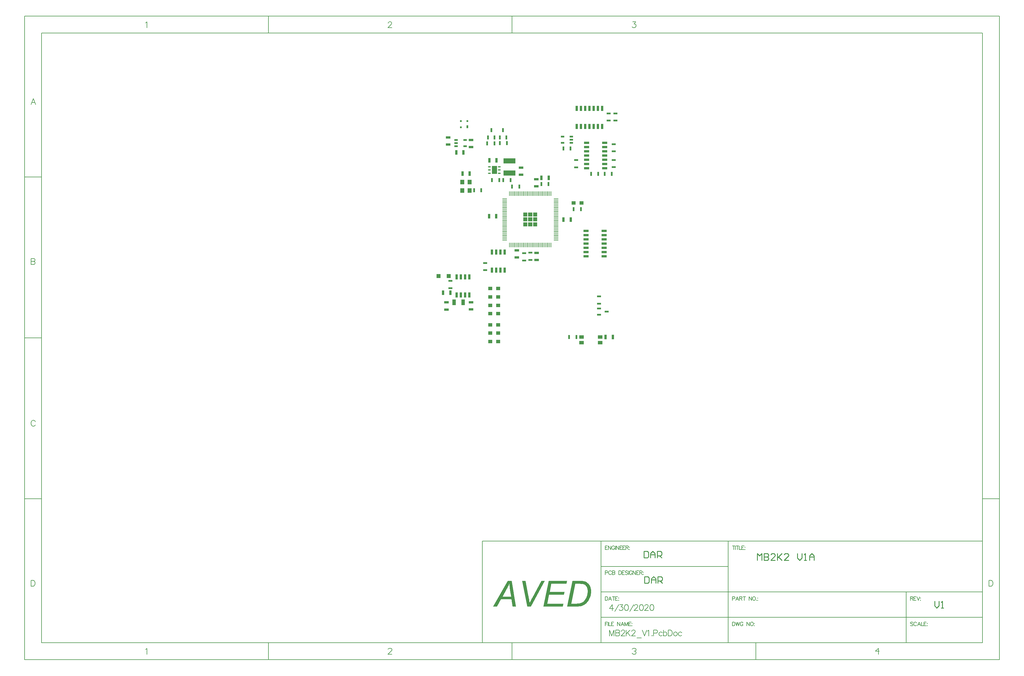
<source format=gtp>
G04*
G04 #@! TF.GenerationSoftware,Altium Limited,Altium Designer,20.0.14 (345)*
G04*
G04 Layer_Color=8421504*
%FSLAX44Y44*%
%MOMM*%
G71*
G01*
G75*
%ADD11C,0.2500*%
%ADD22C,0.1270*%
%ADD23C,0.1778*%
%ADD24R,0.6000X0.5000*%
%ADD25R,0.6000X0.9000*%
%ADD26R,1.0000X1.8000*%
%ADD27R,3.6000X1.5000*%
%ADD28R,1.4500X0.2000*%
%ADD29R,0.2000X1.4500*%
%ADD30R,1.4000X1.0000*%
%ADD31R,1.0500X0.6000*%
%ADD32R,1.1500X0.6000*%
%ADD33R,0.6500X1.5250*%
%ADD34R,1.5250X0.6500*%
%ADD35R,1.2600X1.1700*%
%ADD36R,1.2000X1.4000*%
%ADD37R,1.2500X1.1000*%
%ADD38O,0.8000X0.4000*%
%ADD39R,1.6500X2.4000*%
%ADD40R,0.7000X1.4000*%
%ADD41R,1.3000X0.6000*%
%ADD42R,0.6000X1.1500*%
%ADD43R,1.4000X0.7000*%
%ADD44R,0.6000X1.3000*%
G36*
X429500Y390250D02*
X417500D01*
Y402250D01*
X429500D01*
Y390250D01*
D02*
G37*
G36*
X414500D02*
X402500D01*
Y402250D01*
X414500D01*
Y390250D01*
D02*
G37*
G36*
X399500D02*
X387500D01*
Y402250D01*
X399500D01*
Y390250D01*
D02*
G37*
G36*
X429500Y375250D02*
X417500D01*
Y387250D01*
X429500D01*
Y375250D01*
D02*
G37*
G36*
X414500D02*
X402500D01*
Y387250D01*
X414500D01*
Y375250D01*
D02*
G37*
G36*
X399500D02*
X387500D01*
Y387250D01*
X399500D01*
Y375250D01*
D02*
G37*
G36*
X429500Y360250D02*
X417500D01*
Y372250D01*
X429500D01*
Y360250D01*
D02*
G37*
G36*
X414500D02*
X402500D01*
Y372250D01*
X414500D01*
Y360250D01*
D02*
G37*
G36*
X399500D02*
X387500D01*
Y372250D01*
X399500D01*
Y360250D01*
D02*
G37*
G36*
X410400Y-780000D02*
X399300D01*
X384600Y-703100D01*
X394500D01*
X403300Y-749000D01*
Y-749100D01*
X403400Y-749500D01*
X403500Y-750200D01*
X403700Y-751100D01*
X403900Y-752100D01*
X404100Y-753400D01*
X404400Y-754700D01*
X404700Y-756200D01*
X405200Y-759400D01*
X405800Y-762700D01*
X406200Y-766100D01*
X406400Y-767600D01*
X406600Y-769100D01*
X406700Y-769000D01*
X406800Y-768700D01*
X407100Y-768200D01*
X407400Y-767500D01*
X407800Y-766600D01*
X408300Y-765700D01*
X408800Y-764600D01*
X409400Y-763500D01*
X410600Y-761000D01*
X412000Y-758400D01*
X413300Y-755800D01*
X414500Y-753500D01*
X441900Y-703100D01*
X452400D01*
X410400Y-780000D01*
D02*
G37*
G36*
X561399Y-703200D02*
X563200Y-703300D01*
X565299Y-703400D01*
X567399Y-703600D01*
X569399Y-704000D01*
X571199Y-704400D01*
X571299D01*
X571499Y-704500D01*
X571799Y-704600D01*
X572299Y-704700D01*
X573399Y-705100D01*
X574899Y-705700D01*
X576599Y-706500D01*
X578399Y-707500D01*
X580199Y-708700D01*
X581899Y-710200D01*
X581999D01*
X582099Y-710400D01*
X582599Y-710900D01*
X583399Y-711800D01*
X584399Y-713000D01*
X585499Y-714500D01*
X586699Y-716300D01*
X587799Y-718300D01*
X588699Y-720600D01*
Y-720700D01*
X588799Y-720900D01*
X588899Y-721200D01*
X589099Y-721700D01*
X589199Y-722300D01*
X589399Y-723000D01*
X589599Y-723800D01*
X589899Y-724700D01*
X590299Y-726700D01*
X590599Y-729100D01*
X590899Y-731800D01*
X590999Y-734600D01*
Y-734700D01*
Y-735000D01*
Y-735500D01*
Y-736200D01*
X590899Y-737000D01*
Y-737900D01*
X590799Y-739000D01*
X590599Y-740200D01*
X590299Y-742800D01*
X589799Y-745600D01*
X589099Y-748600D01*
X588099Y-751500D01*
Y-751600D01*
X587999Y-751800D01*
X587799Y-752200D01*
X587599Y-752800D01*
X587299Y-753400D01*
X586999Y-754200D01*
X586099Y-756000D01*
X585099Y-758100D01*
X583799Y-760400D01*
X582399Y-762700D01*
X580799Y-764900D01*
Y-765000D01*
X580599Y-765200D01*
X580399Y-765500D01*
X579999Y-765900D01*
X579099Y-766900D01*
X577899Y-768200D01*
X576499Y-769700D01*
X574899Y-771200D01*
X573099Y-772700D01*
X571299Y-774000D01*
X571199D01*
X571099Y-774100D01*
X570799Y-774300D01*
X570399Y-774500D01*
X569399Y-775100D01*
X567999Y-775800D01*
X566300Y-776600D01*
X564300Y-777400D01*
X562099Y-778200D01*
X559599Y-778800D01*
X559399D01*
X559100Y-778900D01*
X558699Y-779000D01*
X558200Y-779100D01*
X557599Y-779200D01*
X556100Y-779400D01*
X554199Y-779600D01*
X552099Y-779800D01*
X549599Y-779900D01*
X546899Y-780000D01*
X519300D01*
X535299Y-703100D01*
X560600D01*
X561399Y-703200D01*
D02*
G37*
G36*
X517500Y-711800D02*
X471900D01*
X466900Y-735800D01*
X511600D01*
X509800Y-744500D01*
X465100D01*
X459500Y-771300D01*
X508100D01*
X506300Y-780000D01*
X447500D01*
X463600Y-703100D01*
X519300D01*
X517500Y-711800D01*
D02*
G37*
G36*
X365900Y-780000D02*
X355900D01*
X352200Y-757900D01*
X321100D01*
X308800Y-780000D01*
X297500D01*
X340900Y-703100D01*
X353200D01*
X365900Y-780000D01*
D02*
G37*
%LPC*%
G36*
X557399Y-711800D02*
X543699D01*
X531300Y-771300D01*
X545600D01*
X546399Y-771200D01*
X547399D01*
X548400Y-771100D01*
X550700Y-770900D01*
X553200Y-770700D01*
X555700Y-770300D01*
X558200Y-769800D01*
X558400D01*
X558899Y-769600D01*
X559599Y-769400D01*
X560499Y-769100D01*
X561600Y-768700D01*
X562700Y-768300D01*
X565000Y-767100D01*
X565200Y-767000D01*
X565600Y-766700D01*
X566300Y-766100D01*
X567199Y-765400D01*
X568299Y-764500D01*
X569399Y-763400D01*
X570599Y-762200D01*
X571799Y-760800D01*
Y-760700D01*
X571999Y-760600D01*
X572199Y-760300D01*
X572499Y-759900D01*
X573199Y-758800D01*
X574099Y-757400D01*
X575099Y-755700D01*
X576199Y-753700D01*
X577199Y-751500D01*
X578199Y-749100D01*
Y-749000D01*
X578299Y-748800D01*
X578399Y-748400D01*
X578599Y-747900D01*
X578799Y-747300D01*
X578999Y-746600D01*
X579199Y-745700D01*
X579399Y-744700D01*
X579799Y-742500D01*
X580199Y-740000D01*
X580499Y-737200D01*
X580599Y-734100D01*
Y-734000D01*
Y-733700D01*
Y-733200D01*
Y-732500D01*
X580499Y-731800D01*
X580399Y-730900D01*
X580199Y-728800D01*
X579799Y-726500D01*
X579199Y-724100D01*
X578399Y-721800D01*
X577899Y-720700D01*
X577299Y-719700D01*
Y-719600D01*
X577199Y-719500D01*
X576699Y-718900D01*
X575999Y-718000D01*
X574999Y-717000D01*
X573799Y-715900D01*
X572399Y-714800D01*
X570799Y-713800D01*
X568999Y-713100D01*
X568799Y-713000D01*
X568299Y-712900D01*
X567399Y-712700D01*
X566100Y-712400D01*
X564500Y-712200D01*
X562500Y-712000D01*
X560099Y-711900D01*
X557399Y-711800D01*
D02*
G37*
G36*
X345800Y-711500D02*
Y-711600D01*
X345700Y-711800D01*
X345500Y-712200D01*
X345300Y-712700D01*
X345000Y-713300D01*
X344700Y-714100D01*
X344300Y-715000D01*
X343900Y-716000D01*
X343400Y-717100D01*
X342800Y-718300D01*
X341500Y-720900D01*
X339900Y-723900D01*
X338100Y-727200D01*
X325500Y-750000D01*
X351000D01*
X348000Y-730700D01*
Y-730600D01*
X347900Y-730200D01*
X347800Y-729600D01*
X347700Y-728800D01*
X347600Y-727800D01*
X347400Y-726700D01*
X347200Y-725400D01*
X347100Y-724000D01*
X346700Y-721000D01*
X346300Y-717700D01*
X346000Y-714500D01*
X345800Y-711500D01*
D02*
G37*
%LPD*%
D11*
X1620069Y-763933D02*
Y-777262D01*
X1626734Y-783927D01*
X1633398Y-777262D01*
Y-763933D01*
X1640063Y-783927D02*
X1646727D01*
X1643395D01*
Y-763933D01*
X1640063Y-767266D01*
X751069Y-689933D02*
Y-709927D01*
X761066D01*
X764398Y-706595D01*
Y-693266D01*
X761066Y-689933D01*
X751069D01*
X771063Y-709927D02*
Y-696598D01*
X777727Y-689933D01*
X784392Y-696598D01*
Y-709927D01*
Y-699930D01*
X771063D01*
X791056Y-709927D02*
Y-689933D01*
X801053D01*
X804385Y-693266D01*
Y-699930D01*
X801053Y-703262D01*
X791056D01*
X797721D02*
X804385Y-709927D01*
X749069Y-613933D02*
Y-633927D01*
X759066D01*
X762398Y-630595D01*
Y-617266D01*
X759066Y-613933D01*
X749069D01*
X769063Y-633927D02*
Y-620598D01*
X775727Y-613933D01*
X782392Y-620598D01*
Y-633927D01*
Y-623930D01*
X769063D01*
X789056Y-633927D02*
Y-613933D01*
X799053D01*
X802385Y-617266D01*
Y-623930D01*
X799053Y-627262D01*
X789056D01*
X795721D02*
X802385Y-633927D01*
X1089069Y-640927D02*
Y-620933D01*
X1095733Y-627598D01*
X1102398Y-620933D01*
Y-640927D01*
X1109063Y-620933D02*
Y-640927D01*
X1119059D01*
X1122392Y-637595D01*
Y-634263D01*
X1119059Y-630930D01*
X1109063D01*
X1119059D01*
X1122392Y-627598D01*
Y-624266D01*
X1119059Y-620933D01*
X1109063D01*
X1142385Y-640927D02*
X1129056D01*
X1142385Y-627598D01*
Y-624266D01*
X1139053Y-620933D01*
X1132388D01*
X1129056Y-624266D01*
X1149050Y-620933D02*
Y-640927D01*
Y-634263D01*
X1162379Y-620933D01*
X1152382Y-630930D01*
X1162379Y-640927D01*
X1182372D02*
X1169043D01*
X1182372Y-627598D01*
Y-624266D01*
X1179040Y-620933D01*
X1172375D01*
X1169043Y-624266D01*
X1209030Y-620933D02*
Y-634263D01*
X1215695Y-640927D01*
X1222359Y-634263D01*
Y-620933D01*
X1229024Y-640927D02*
X1235688D01*
X1232356D01*
Y-620933D01*
X1229024Y-624266D01*
X1245685Y-640927D02*
Y-627598D01*
X1252350Y-620933D01*
X1259014Y-627598D01*
Y-640927D01*
Y-630930D01*
X1245685D01*
D22*
X1084129Y-939377D02*
Y-888577D01*
X1001579D02*
Y-736177D01*
X1534979Y-888577D02*
Y-736177D01*
X620579Y-888577D02*
Y-583777D01*
X1763579Y-888577D02*
Y-583777D01*
X1001579D02*
X1763579D01*
X1001579Y-736177D02*
Y-583777D01*
X620579D02*
X1001579D01*
X620579Y-736177D02*
X1763579D01*
X620579Y-812377D02*
X1763579D01*
X620579Y-888577D02*
X1763579D01*
X620579Y-659977D02*
X1001579D01*
X264979Y-583777D02*
X620579D01*
X264979Y-888577D02*
Y-583777D01*
Y-888577D02*
X620579D01*
X353879Y-939377D02*
Y-888577D01*
X-376371Y-939377D02*
Y-888577D01*
X-1106621Y-456777D02*
X-1055821D01*
X-1106621Y25823D02*
X-1055821D01*
X-1106621Y508423D02*
X-1055821D01*
X-1106621Y-939377D02*
Y991023D01*
X1763579Y-456777D02*
X1814379D01*
X353879Y940223D02*
Y991023D01*
X-376371Y940223D02*
Y991023D01*
X-1055821Y940223D02*
X1763579D01*
Y-888577D02*
Y940223D01*
X-1055821Y-888577D02*
X1763579D01*
X-1055821D02*
Y940223D01*
X-1106621Y991023D02*
X1814379D01*
Y-939377D02*
Y991023D01*
X-1106621Y-939377D02*
X1814379D01*
X1555297Y-827982D02*
X1554209Y-826894D01*
X1552576Y-826349D01*
X1550400D01*
X1548767Y-826894D01*
X1547679Y-827982D01*
Y-829070D01*
X1548223Y-830159D01*
X1548767Y-830703D01*
X1549856Y-831247D01*
X1553121Y-832335D01*
X1554209Y-832879D01*
X1554753Y-833424D01*
X1555297Y-834512D01*
Y-836144D01*
X1554209Y-837233D01*
X1552576Y-837777D01*
X1550400D01*
X1548767Y-837233D01*
X1547679Y-836144D01*
X1566017Y-829070D02*
X1565473Y-827982D01*
X1564385Y-826894D01*
X1563297Y-826349D01*
X1561120D01*
X1560032Y-826894D01*
X1558943Y-827982D01*
X1558399Y-829070D01*
X1557855Y-830703D01*
Y-833424D01*
X1558399Y-835056D01*
X1558943Y-836144D01*
X1560032Y-837233D01*
X1561120Y-837777D01*
X1563297D01*
X1564385Y-837233D01*
X1565473Y-836144D01*
X1566017Y-835056D01*
X1577935Y-837777D02*
X1573582Y-826349D01*
X1569228Y-837777D01*
X1570861Y-833968D02*
X1576302D01*
X1580601Y-826349D02*
Y-837777D01*
X1587131D01*
X1595457Y-826349D02*
X1588383D01*
Y-837777D01*
X1595457D01*
X1588383Y-831791D02*
X1592736D01*
X1597906Y-830159D02*
X1597362Y-830703D01*
X1597906Y-831247D01*
X1598450Y-830703D01*
X1597906Y-830159D01*
Y-836689D02*
X1597362Y-837233D01*
X1597906Y-837777D01*
X1598450Y-837233D01*
X1597906Y-836689D01*
X633279Y-826349D02*
Y-837777D01*
Y-826349D02*
X640353D01*
X633279Y-831791D02*
X637632D01*
X641659Y-826349D02*
Y-837777D01*
X644054Y-826349D02*
Y-837777D01*
X650584D01*
X658909Y-826349D02*
X651835D01*
Y-837777D01*
X658909D01*
X651835Y-831791D02*
X656189D01*
X669793Y-826349D02*
Y-837777D01*
Y-826349D02*
X677411Y-837777D01*
Y-826349D02*
Y-837777D01*
X689274D02*
X684921Y-826349D01*
X680567Y-837777D01*
X682200Y-833968D02*
X687642D01*
X691941Y-826349D02*
Y-837777D01*
Y-826349D02*
X696294Y-837777D01*
X700647Y-826349D02*
X696294Y-837777D01*
X700647Y-826349D02*
Y-837777D01*
X710986Y-826349D02*
X703912D01*
Y-837777D01*
X710986D01*
X703912Y-831791D02*
X708266D01*
X713435Y-830159D02*
X712891Y-830703D01*
X713435Y-831247D01*
X713979Y-830703D01*
X713435Y-830159D01*
Y-836689D02*
X712891Y-837233D01*
X713435Y-837777D01*
X713979Y-837233D01*
X713435Y-836689D01*
X633279Y-678665D02*
X638176D01*
X639809Y-678121D01*
X640353Y-677577D01*
X640897Y-676489D01*
Y-674856D01*
X640353Y-673768D01*
X639809Y-673224D01*
X638176Y-672680D01*
X633279D01*
Y-684107D01*
X651618Y-675400D02*
X651073Y-674312D01*
X649985Y-673224D01*
X648897Y-672680D01*
X646720D01*
X645632Y-673224D01*
X644543Y-674312D01*
X643999Y-675400D01*
X643455Y-677033D01*
Y-679754D01*
X643999Y-681386D01*
X644543Y-682475D01*
X645632Y-683563D01*
X646720Y-684107D01*
X648897D01*
X649985Y-683563D01*
X651073Y-682475D01*
X651618Y-681386D01*
X654828Y-672680D02*
Y-684107D01*
Y-672680D02*
X659726D01*
X661358Y-673224D01*
X661902Y-673768D01*
X662447Y-674856D01*
Y-675945D01*
X661902Y-677033D01*
X661358Y-677577D01*
X659726Y-678121D01*
X654828D02*
X659726D01*
X661358Y-678665D01*
X661902Y-679210D01*
X662447Y-680298D01*
Y-681930D01*
X661902Y-683019D01*
X661358Y-683563D01*
X659726Y-684107D01*
X654828D01*
X673983Y-672680D02*
Y-684107D01*
Y-672680D02*
X677792D01*
X679425Y-673224D01*
X680513Y-674312D01*
X681057Y-675400D01*
X681601Y-677033D01*
Y-679754D01*
X681057Y-681386D01*
X680513Y-682475D01*
X679425Y-683563D01*
X677792Y-684107D01*
X673983D01*
X691233Y-672680D02*
X684159D01*
Y-684107D01*
X691233D01*
X684159Y-678121D02*
X688512D01*
X700756Y-674312D02*
X699668Y-673224D01*
X698035Y-672680D01*
X695859D01*
X694226Y-673224D01*
X693138Y-674312D01*
Y-675400D01*
X693682Y-676489D01*
X694226Y-677033D01*
X695314Y-677577D01*
X698579Y-678665D01*
X699668Y-679210D01*
X700212Y-679754D01*
X700756Y-680842D01*
Y-682475D01*
X699668Y-683563D01*
X698035Y-684107D01*
X695859D01*
X694226Y-683563D01*
X693138Y-682475D01*
X703314Y-672680D02*
Y-684107D01*
X713870Y-675400D02*
X713326Y-674312D01*
X712238Y-673224D01*
X711150Y-672680D01*
X708973D01*
X707885Y-673224D01*
X706796Y-674312D01*
X706252Y-675400D01*
X705708Y-677033D01*
Y-679754D01*
X706252Y-681386D01*
X706796Y-682475D01*
X707885Y-683563D01*
X708973Y-684107D01*
X711150D01*
X712238Y-683563D01*
X713326Y-682475D01*
X713870Y-681386D01*
Y-679754D01*
X711150D02*
X713870D01*
X716482Y-672680D02*
Y-684107D01*
Y-672680D02*
X724101Y-684107D01*
Y-672680D02*
Y-684107D01*
X734331Y-672680D02*
X727257D01*
Y-684107D01*
X734331D01*
X727257Y-678121D02*
X731610D01*
X736236Y-672680D02*
Y-684107D01*
Y-672680D02*
X741133D01*
X742766Y-673224D01*
X743310Y-673768D01*
X743854Y-674856D01*
Y-675945D01*
X743310Y-677033D01*
X742766Y-677577D01*
X741133Y-678121D01*
X736236D01*
X740045D02*
X743854Y-684107D01*
X746956Y-676489D02*
X746412Y-677033D01*
X746956Y-677577D01*
X747500Y-677033D01*
X746956Y-676489D01*
Y-683019D02*
X746412Y-683563D01*
X746956Y-684107D01*
X747500Y-683563D01*
X746956Y-683019D01*
X1018088Y-597749D02*
Y-609177D01*
X1014279Y-597749D02*
X1021897D01*
X1023258D02*
Y-609177D01*
X1029461Y-597749D02*
Y-609177D01*
X1025652Y-597749D02*
X1033271D01*
X1034631D02*
Y-609177D01*
X1041161D01*
X1049487Y-597749D02*
X1042413D01*
Y-609177D01*
X1049487D01*
X1042413Y-603191D02*
X1046766D01*
X1051936Y-601559D02*
X1051391Y-602103D01*
X1051936Y-602647D01*
X1052480Y-602103D01*
X1051936Y-601559D01*
Y-608089D02*
X1051391Y-608633D01*
X1051936Y-609177D01*
X1052480Y-608633D01*
X1051936Y-608089D01*
X1014279Y-756135D02*
X1019176D01*
X1020809Y-755591D01*
X1021353Y-755047D01*
X1021897Y-753959D01*
Y-752326D01*
X1021353Y-751238D01*
X1020809Y-750694D01*
X1019176Y-750150D01*
X1014279D01*
Y-761577D01*
X1033162D02*
X1028808Y-750150D01*
X1024455Y-761577D01*
X1026087Y-757768D02*
X1031529D01*
X1035828Y-750150D02*
Y-761577D01*
Y-750150D02*
X1040726D01*
X1042358Y-750694D01*
X1042902Y-751238D01*
X1043447Y-752326D01*
Y-753415D01*
X1042902Y-754503D01*
X1042358Y-755047D01*
X1040726Y-755591D01*
X1035828D01*
X1039637D02*
X1043447Y-761577D01*
X1049813Y-750150D02*
Y-761577D01*
X1046004Y-750150D02*
X1053622D01*
X1063962D02*
Y-761577D01*
Y-750150D02*
X1071580Y-761577D01*
Y-750150D02*
Y-761577D01*
X1078001Y-750150D02*
X1076913Y-750694D01*
X1075825Y-751782D01*
X1075280Y-752870D01*
X1074736Y-754503D01*
Y-757224D01*
X1075280Y-758856D01*
X1075825Y-759945D01*
X1076913Y-761033D01*
X1078001Y-761577D01*
X1080178D01*
X1081266Y-761033D01*
X1082355Y-759945D01*
X1082899Y-758856D01*
X1083443Y-757224D01*
Y-754503D01*
X1082899Y-752870D01*
X1082355Y-751782D01*
X1081266Y-750694D01*
X1080178Y-750150D01*
X1078001D01*
X1086654Y-760489D02*
X1086109Y-761033D01*
X1086654Y-761577D01*
X1087198Y-761033D01*
X1086654Y-760489D01*
X1090245Y-753959D02*
X1089701Y-754503D01*
X1090245Y-755047D01*
X1090789Y-754503D01*
X1090245Y-753959D01*
Y-760489D02*
X1089701Y-761033D01*
X1090245Y-761577D01*
X1090789Y-761033D01*
X1090245Y-760489D01*
X640353Y-597749D02*
X633279D01*
Y-609177D01*
X640353D01*
X633279Y-603191D02*
X637632D01*
X642258Y-597749D02*
Y-609177D01*
Y-597749D02*
X649876Y-609177D01*
Y-597749D02*
Y-609177D01*
X661195Y-600470D02*
X660651Y-599382D01*
X659562Y-598294D01*
X658474Y-597749D01*
X656297D01*
X655209Y-598294D01*
X654121Y-599382D01*
X653577Y-600470D01*
X653032Y-602103D01*
Y-604824D01*
X653577Y-606456D01*
X654121Y-607545D01*
X655209Y-608633D01*
X656297Y-609177D01*
X658474D01*
X659562Y-608633D01*
X660651Y-607545D01*
X661195Y-606456D01*
Y-604824D01*
X658474D02*
X661195D01*
X663807Y-597749D02*
Y-609177D01*
X666201Y-597749D02*
Y-609177D01*
Y-597749D02*
X673820Y-609177D01*
Y-597749D02*
Y-609177D01*
X684050Y-597749D02*
X676976D01*
Y-609177D01*
X684050D01*
X676976Y-603191D02*
X681329D01*
X693029Y-597749D02*
X685955D01*
Y-609177D01*
X693029D01*
X685955Y-603191D02*
X690308D01*
X694933Y-597749D02*
Y-609177D01*
Y-597749D02*
X699831D01*
X701463Y-598294D01*
X702008Y-598838D01*
X702552Y-599926D01*
Y-601015D01*
X702008Y-602103D01*
X701463Y-602647D01*
X699831Y-603191D01*
X694933D01*
X698743D02*
X702552Y-609177D01*
X705654Y-601559D02*
X705109Y-602103D01*
X705654Y-602647D01*
X706198Y-602103D01*
X705654Y-601559D01*
Y-608089D02*
X705109Y-608633D01*
X705654Y-609177D01*
X706198Y-608633D01*
X705654Y-608089D01*
X1014279Y-826349D02*
Y-837777D01*
Y-826349D02*
X1018088D01*
X1019721Y-826894D01*
X1020809Y-827982D01*
X1021353Y-829070D01*
X1021897Y-830703D01*
Y-833424D01*
X1021353Y-835056D01*
X1020809Y-836144D01*
X1019721Y-837233D01*
X1018088Y-837777D01*
X1014279D01*
X1024455Y-826349D02*
X1027176Y-837777D01*
X1029897Y-826349D02*
X1027176Y-837777D01*
X1029897Y-826349D02*
X1032617Y-837777D01*
X1035338Y-826349D02*
X1032617Y-837777D01*
X1045786Y-829070D02*
X1045242Y-827982D01*
X1044154Y-826894D01*
X1043066Y-826349D01*
X1040889D01*
X1039800Y-826894D01*
X1038712Y-827982D01*
X1038168Y-829070D01*
X1037624Y-830703D01*
Y-833424D01*
X1038168Y-835056D01*
X1038712Y-836144D01*
X1039800Y-837233D01*
X1040889Y-837777D01*
X1043066D01*
X1044154Y-837233D01*
X1045242Y-836144D01*
X1045786Y-835056D01*
Y-833424D01*
X1043066D02*
X1045786D01*
X1057377Y-826349D02*
Y-837777D01*
Y-826349D02*
X1064996Y-837777D01*
Y-826349D02*
Y-837777D01*
X1071417Y-826349D02*
X1070328Y-826894D01*
X1069240Y-827982D01*
X1068696Y-829070D01*
X1068152Y-830703D01*
Y-833424D01*
X1068696Y-835056D01*
X1069240Y-836144D01*
X1070328Y-837233D01*
X1071417Y-837777D01*
X1073594D01*
X1074682Y-837233D01*
X1075770Y-836144D01*
X1076314Y-835056D01*
X1076859Y-833424D01*
Y-830703D01*
X1076314Y-829070D01*
X1075770Y-827982D01*
X1074682Y-826894D01*
X1073594Y-826349D01*
X1071417D01*
X1080069Y-830159D02*
X1079525Y-830703D01*
X1080069Y-831247D01*
X1080613Y-830703D01*
X1080069Y-830159D01*
Y-836689D02*
X1079525Y-837233D01*
X1080069Y-837777D01*
X1080613Y-837233D01*
X1080069Y-836689D01*
X1547679Y-750150D02*
Y-761577D01*
Y-750150D02*
X1552576D01*
X1554209Y-750694D01*
X1554753Y-751238D01*
X1555297Y-752326D01*
Y-753415D01*
X1554753Y-754503D01*
X1554209Y-755047D01*
X1552576Y-755591D01*
X1547679D01*
X1551488D02*
X1555297Y-761577D01*
X1564929Y-750150D02*
X1557855D01*
Y-761577D01*
X1564929D01*
X1557855Y-755591D02*
X1562208D01*
X1566834Y-750150D02*
X1571187Y-761577D01*
X1575540Y-750150D02*
X1571187Y-761577D01*
X1577554Y-753959D02*
X1577010Y-754503D01*
X1577554Y-755047D01*
X1578098Y-754503D01*
X1577554Y-753959D01*
Y-760489D02*
X1577010Y-761033D01*
X1577554Y-761577D01*
X1578098Y-761033D01*
X1577554Y-760489D01*
X633279Y-750150D02*
Y-761577D01*
Y-750150D02*
X637088D01*
X638721Y-750694D01*
X639809Y-751782D01*
X640353Y-752870D01*
X640897Y-754503D01*
Y-757224D01*
X640353Y-758856D01*
X639809Y-759945D01*
X638721Y-761033D01*
X637088Y-761577D01*
X633279D01*
X652162D02*
X647808Y-750150D01*
X643455Y-761577D01*
X645088Y-757768D02*
X650529D01*
X658637Y-750150D02*
Y-761577D01*
X654828Y-750150D02*
X662447D01*
X670881D02*
X663807D01*
Y-761577D01*
X670881D01*
X663807Y-755591D02*
X668160D01*
X673330Y-753959D02*
X672786Y-754503D01*
X673330Y-755047D01*
X673874Y-754503D01*
X673330Y-753959D01*
Y-760489D02*
X672786Y-761033D01*
X673330Y-761577D01*
X673874Y-761033D01*
X673330Y-760489D01*
D23*
X645979Y-850481D02*
Y-868257D01*
Y-850481D02*
X652751Y-868257D01*
X659523Y-850481D02*
X652751Y-868257D01*
X659523Y-850481D02*
Y-868257D01*
X664602Y-850481D02*
Y-868257D01*
Y-850481D02*
X672220D01*
X674760Y-851327D01*
X675606Y-852174D01*
X676452Y-853867D01*
Y-855560D01*
X675606Y-857253D01*
X674760Y-858099D01*
X672220Y-858946D01*
X664602D02*
X672220D01*
X674760Y-859792D01*
X675606Y-860639D01*
X676452Y-862332D01*
Y-864871D01*
X675606Y-866564D01*
X674760Y-867411D01*
X672220Y-868257D01*
X664602D01*
X681277Y-854713D02*
Y-853867D01*
X682124Y-852174D01*
X682970Y-851327D01*
X684663Y-850481D01*
X688049D01*
X689742Y-851327D01*
X690589Y-852174D01*
X691435Y-853867D01*
Y-855560D01*
X690589Y-857253D01*
X688896Y-859792D01*
X680431Y-868257D01*
X692282D01*
X696260Y-850481D02*
Y-868257D01*
X708111Y-850481D02*
X696260Y-862332D01*
X700493Y-858099D02*
X708111Y-868257D01*
X712936Y-854713D02*
Y-853867D01*
X713783Y-852174D01*
X714629Y-851327D01*
X716322Y-850481D01*
X719708D01*
X721401Y-851327D01*
X722247Y-852174D01*
X723094Y-853867D01*
Y-855560D01*
X722247Y-857253D01*
X720554Y-859792D01*
X712089Y-868257D01*
X723940D01*
X727919Y-874182D02*
X741463D01*
X743748Y-850481D02*
X750520Y-868257D01*
X757292Y-850481D02*
X750520Y-868257D01*
X759577Y-853867D02*
X761270Y-853020D01*
X763810Y-850481D01*
Y-868257D01*
X773460Y-866564D02*
X772613Y-867411D01*
X773460Y-868257D01*
X774306Y-867411D01*
X773460Y-866564D01*
X778200Y-859792D02*
X785818D01*
X788358Y-858946D01*
X789204Y-858099D01*
X790051Y-856406D01*
Y-853867D01*
X789204Y-852174D01*
X788358Y-851327D01*
X785818Y-850481D01*
X778200D01*
Y-868257D01*
X804187Y-858946D02*
X802494Y-857253D01*
X800801Y-856406D01*
X798262D01*
X796569Y-857253D01*
X794876Y-858946D01*
X794029Y-861485D01*
Y-863178D01*
X794876Y-865717D01*
X796569Y-867411D01*
X798262Y-868257D01*
X800801D01*
X802494Y-867411D01*
X804187Y-865717D01*
X807996Y-850481D02*
Y-868257D01*
Y-858946D02*
X809689Y-857253D01*
X811382Y-856406D01*
X813922D01*
X815615Y-857253D01*
X817308Y-858946D01*
X818154Y-861485D01*
Y-863178D01*
X817308Y-865717D01*
X815615Y-867411D01*
X813922Y-868257D01*
X811382D01*
X809689Y-867411D01*
X807996Y-865717D01*
X821963Y-850481D02*
Y-868257D01*
Y-850481D02*
X827889D01*
X830428Y-851327D01*
X832121Y-853020D01*
X832968Y-854713D01*
X833814Y-857253D01*
Y-861485D01*
X832968Y-864025D01*
X832121Y-865717D01*
X830428Y-867411D01*
X827889Y-868257D01*
X821963D01*
X842025Y-856406D02*
X840332Y-857253D01*
X838639Y-858946D01*
X837793Y-861485D01*
Y-863178D01*
X838639Y-865717D01*
X840332Y-867411D01*
X842025Y-868257D01*
X844565D01*
X846257Y-867411D01*
X847950Y-865717D01*
X848797Y-863178D01*
Y-861485D01*
X847950Y-858946D01*
X846257Y-857253D01*
X844565Y-856406D01*
X842025D01*
X862849Y-858946D02*
X861156Y-857253D01*
X859463Y-856406D01*
X856923D01*
X855230Y-857253D01*
X853537Y-858946D01*
X852691Y-861485D01*
Y-863178D01*
X853537Y-865717D01*
X855230Y-867411D01*
X856923Y-868257D01*
X859463D01*
X861156Y-867411D01*
X862849Y-865717D01*
X654444Y-774281D02*
X645979Y-786132D01*
X658676D01*
X654444Y-774281D02*
Y-792057D01*
X661808Y-794596D02*
X673659Y-774281D01*
X676537D02*
X685848D01*
X680770Y-781053D01*
X683309D01*
X685002Y-781899D01*
X685848Y-782746D01*
X686695Y-785285D01*
Y-786978D01*
X685848Y-789518D01*
X684156Y-791210D01*
X681616Y-792057D01*
X679077D01*
X676537Y-791210D01*
X675691Y-790364D01*
X674844Y-788671D01*
X695752Y-774281D02*
X693213Y-775127D01*
X691520Y-777667D01*
X690673Y-781899D01*
Y-784439D01*
X691520Y-788671D01*
X693213Y-791210D01*
X695752Y-792057D01*
X697445D01*
X699985Y-791210D01*
X701678Y-788671D01*
X702524Y-784439D01*
Y-781899D01*
X701678Y-777667D01*
X699985Y-775127D01*
X697445Y-774281D01*
X695752D01*
X706503Y-794596D02*
X718354Y-774281D01*
X720385Y-778513D02*
Y-777667D01*
X721232Y-775974D01*
X722078Y-775127D01*
X723771Y-774281D01*
X727157D01*
X728850Y-775127D01*
X729696Y-775974D01*
X730543Y-777667D01*
Y-779360D01*
X729696Y-781053D01*
X728003Y-783592D01*
X719539Y-792057D01*
X731389D01*
X740447Y-774281D02*
X737907Y-775127D01*
X736214Y-777667D01*
X735368Y-781899D01*
Y-784439D01*
X736214Y-788671D01*
X737907Y-791210D01*
X740447Y-792057D01*
X742140D01*
X744679Y-791210D01*
X746372Y-788671D01*
X747219Y-784439D01*
Y-781899D01*
X746372Y-777667D01*
X744679Y-775127D01*
X742140Y-774281D01*
X740447D01*
X752044Y-778513D02*
Y-777667D01*
X752890Y-775974D01*
X753737Y-775127D01*
X755430Y-774281D01*
X758816D01*
X760508Y-775127D01*
X761355Y-775974D01*
X762201Y-777667D01*
Y-779360D01*
X761355Y-781053D01*
X759662Y-783592D01*
X751197Y-792057D01*
X763048D01*
X772105Y-774281D02*
X769566Y-775127D01*
X767873Y-777667D01*
X767026Y-781899D01*
Y-784439D01*
X767873Y-788671D01*
X769566Y-791210D01*
X772105Y-792057D01*
X773798D01*
X776338Y-791210D01*
X778031Y-788671D01*
X778877Y-784439D01*
Y-781899D01*
X778031Y-777667D01*
X776338Y-775127D01*
X773798Y-774281D01*
X772105D01*
X1451664Y-922867D02*
Y-905093D01*
X1442777Y-913980D01*
X1454626D01*
X713797Y-908055D02*
X716759Y-905093D01*
X722684D01*
X725647Y-908055D01*
Y-911018D01*
X722684Y-913980D01*
X719722D01*
X722684D01*
X725647Y-916942D01*
Y-919905D01*
X722684Y-922867D01*
X716759D01*
X713797Y-919905D01*
X-5874Y-922867D02*
X-17723D01*
X-5874Y-911018D01*
Y-908055D01*
X-8836Y-905093D01*
X-14761D01*
X-17723Y-908055D01*
X-744163Y-908477D02*
X-742470Y-907630D01*
X-739930Y-905091D01*
Y-922867D01*
X715490Y974509D02*
X724801D01*
X719722Y967737D01*
X722262D01*
X723955Y966891D01*
X724801Y966044D01*
X725648Y963505D01*
Y961812D01*
X724801Y959273D01*
X723108Y957579D01*
X720569Y956733D01*
X718029D01*
X715490Y957579D01*
X714643Y958426D01*
X713797Y960119D01*
X-16876Y970277D02*
Y971123D01*
X-16030Y972816D01*
X-15184Y973663D01*
X-13491Y974509D01*
X-10105D01*
X-8412Y973663D01*
X-7565Y972816D01*
X-6719Y971123D01*
Y969430D01*
X-7565Y967737D01*
X-9258Y965198D01*
X-17723Y956733D01*
X-5872D01*
X-744163Y971123D02*
X-742470Y971970D01*
X-739930Y974509D01*
Y956733D01*
X-1087571Y-701383D02*
Y-719159D01*
Y-701383D02*
X-1081646D01*
X-1079106Y-702229D01*
X-1077413Y-703922D01*
X-1076567Y-705615D01*
X-1075720Y-708155D01*
Y-712387D01*
X-1076567Y-714927D01*
X-1077413Y-716619D01*
X-1079106Y-718313D01*
X-1081646Y-719159D01*
X-1087571D01*
X-1074874Y-225555D02*
X-1075720Y-223862D01*
X-1077413Y-222169D01*
X-1079106Y-221323D01*
X-1082492D01*
X-1084185Y-222169D01*
X-1085878Y-223862D01*
X-1086724Y-225555D01*
X-1087571Y-228095D01*
Y-232327D01*
X-1086724Y-234867D01*
X-1085878Y-236560D01*
X-1084185Y-238253D01*
X-1082492Y-239099D01*
X-1079106D01*
X-1077413Y-238253D01*
X-1075720Y-236560D01*
X-1074874Y-234867D01*
X-1087571Y263817D02*
Y246041D01*
Y263817D02*
X-1079953D01*
X-1077413Y262971D01*
X-1076567Y262124D01*
X-1075720Y260431D01*
Y258738D01*
X-1076567Y257045D01*
X-1077413Y256199D01*
X-1079953Y255352D01*
X-1087571D02*
X-1079953D01*
X-1077413Y254506D01*
X-1076567Y253659D01*
X-1075720Y251966D01*
Y249427D01*
X-1076567Y247734D01*
X-1077413Y246887D01*
X-1079953Y246041D01*
X-1087571D01*
X-1074027Y726609D02*
X-1080799Y744385D01*
X-1087571Y726609D01*
X-1085032Y732534D02*
X-1076567D01*
X1782629Y-701383D02*
Y-719159D01*
Y-701383D02*
X1788554D01*
X1791094Y-702229D01*
X1792787Y-703922D01*
X1793633Y-705615D01*
X1794480Y-708155D01*
Y-712387D01*
X1793633Y-714927D01*
X1792787Y-716619D01*
X1791094Y-718313D01*
X1788554Y-719159D01*
X1782629D01*
D24*
X220254Y676499D02*
D03*
X200255Y676500D02*
D03*
X200254Y657501D02*
D03*
D25*
X220249Y659500D02*
D03*
D26*
X180250Y132500D02*
D03*
X207750D02*
D03*
D27*
X346500Y520500D02*
D03*
Y556500D02*
D03*
D28*
X331500Y443250D02*
D03*
Y439250D02*
D03*
Y435250D02*
D03*
Y431250D02*
D03*
Y427250D02*
D03*
Y423250D02*
D03*
Y419250D02*
D03*
Y415250D02*
D03*
Y411250D02*
D03*
Y407250D02*
D03*
Y403250D02*
D03*
Y399250D02*
D03*
Y395250D02*
D03*
Y391250D02*
D03*
Y387250D02*
D03*
Y383250D02*
D03*
Y379250D02*
D03*
Y375250D02*
D03*
Y371250D02*
D03*
Y367250D02*
D03*
Y363250D02*
D03*
Y359250D02*
D03*
Y355250D02*
D03*
Y351250D02*
D03*
Y347250D02*
D03*
Y343250D02*
D03*
Y339250D02*
D03*
Y335250D02*
D03*
Y331250D02*
D03*
Y327250D02*
D03*
Y323250D02*
D03*
Y319250D02*
D03*
X485500D02*
D03*
Y323250D02*
D03*
Y327250D02*
D03*
Y331250D02*
D03*
Y335250D02*
D03*
Y339250D02*
D03*
Y343250D02*
D03*
Y347250D02*
D03*
Y351250D02*
D03*
Y355250D02*
D03*
Y359250D02*
D03*
Y363250D02*
D03*
Y367250D02*
D03*
Y371250D02*
D03*
Y375250D02*
D03*
Y379250D02*
D03*
Y383250D02*
D03*
Y387250D02*
D03*
Y391250D02*
D03*
Y395250D02*
D03*
Y399250D02*
D03*
Y403250D02*
D03*
Y407250D02*
D03*
Y411250D02*
D03*
Y415250D02*
D03*
Y419250D02*
D03*
Y423250D02*
D03*
Y427250D02*
D03*
Y431250D02*
D03*
Y435250D02*
D03*
Y439250D02*
D03*
Y443250D02*
D03*
D29*
X346500Y304250D02*
D03*
X350500D02*
D03*
X354500D02*
D03*
X358500D02*
D03*
X362500D02*
D03*
X366500D02*
D03*
X370500D02*
D03*
X374500D02*
D03*
X378500D02*
D03*
X382500D02*
D03*
X386500D02*
D03*
X390500D02*
D03*
X394500D02*
D03*
X406500D02*
D03*
X410500D02*
D03*
X414500D02*
D03*
X418500D02*
D03*
X422500D02*
D03*
X426500D02*
D03*
X430500D02*
D03*
X434500D02*
D03*
X438500D02*
D03*
X442500D02*
D03*
X446500D02*
D03*
X450500D02*
D03*
X454500D02*
D03*
X458500D02*
D03*
X462500D02*
D03*
X466500D02*
D03*
X470500D02*
D03*
Y458250D02*
D03*
X466500D02*
D03*
X462500D02*
D03*
X458500D02*
D03*
X454500D02*
D03*
X450500D02*
D03*
X446500D02*
D03*
X442500D02*
D03*
X438500D02*
D03*
X434500D02*
D03*
X430500D02*
D03*
X426500D02*
D03*
X422500D02*
D03*
X418500D02*
D03*
X414500D02*
D03*
X410500D02*
D03*
X406500D02*
D03*
X402500D02*
D03*
X398500D02*
D03*
X394500D02*
D03*
X390500D02*
D03*
X386500D02*
D03*
X382500D02*
D03*
X378500D02*
D03*
X374500D02*
D03*
X370500D02*
D03*
X366500D02*
D03*
X362500D02*
D03*
X358500D02*
D03*
X354500D02*
D03*
X350500D02*
D03*
X346500D02*
D03*
X398500Y304250D02*
D03*
X402500D02*
D03*
D30*
X562000Y28500D02*
D03*
Y11500D02*
D03*
X618000Y28500D02*
D03*
Y11500D02*
D03*
D31*
X532000Y610750D02*
D03*
Y620250D02*
D03*
Y629750D02*
D03*
X505000D02*
D03*
Y610750D02*
D03*
X186500Y619500D02*
D03*
Y610000D02*
D03*
Y600500D02*
D03*
X213500D02*
D03*
Y619500D02*
D03*
D32*
X637500Y104500D02*
D03*
X615000Y95000D02*
D03*
Y114000D02*
D03*
D33*
X293450Y283370D02*
D03*
X306150D02*
D03*
X318850D02*
D03*
X331550D02*
D03*
Y229130D02*
D03*
X318850D02*
D03*
X306150D02*
D03*
X293450D02*
D03*
X547900Y714370D02*
D03*
X560600D02*
D03*
X573300D02*
D03*
X586000D02*
D03*
X598700D02*
D03*
X611400D02*
D03*
X624100D02*
D03*
Y660130D02*
D03*
X611400D02*
D03*
X598700D02*
D03*
X586000D02*
D03*
X573300D02*
D03*
X560600D02*
D03*
X547900D02*
D03*
X187700Y154880D02*
D03*
X200400D02*
D03*
X213100D02*
D03*
X225800D02*
D03*
Y209120D02*
D03*
X213100D02*
D03*
X200400D02*
D03*
X187700D02*
D03*
D34*
X577130Y610850D02*
D03*
Y598150D02*
D03*
Y585450D02*
D03*
Y572750D02*
D03*
Y560050D02*
D03*
Y547350D02*
D03*
Y534650D02*
D03*
X631370D02*
D03*
Y547350D02*
D03*
Y560050D02*
D03*
Y572750D02*
D03*
Y585450D02*
D03*
Y598150D02*
D03*
Y610850D02*
D03*
X629620Y346600D02*
D03*
Y333900D02*
D03*
Y321200D02*
D03*
Y308500D02*
D03*
Y295800D02*
D03*
Y283100D02*
D03*
Y270400D02*
D03*
X575380D02*
D03*
Y283100D02*
D03*
Y295800D02*
D03*
Y308500D02*
D03*
Y321200D02*
D03*
Y333900D02*
D03*
Y346600D02*
D03*
D35*
X134000Y211500D02*
D03*
X164500D02*
D03*
D36*
X205000Y493700D02*
D03*
Y468300D02*
D03*
X227000D02*
D03*
Y493700D02*
D03*
D37*
X562000Y430750D02*
D03*
X538500D02*
D03*
X288750Y65000D02*
D03*
X312250D02*
D03*
X288750Y40000D02*
D03*
X312250D02*
D03*
X288750Y15000D02*
D03*
X312250D02*
D03*
X289000Y173750D02*
D03*
X312500D02*
D03*
X289000Y148750D02*
D03*
X312500D02*
D03*
X289000Y123750D02*
D03*
X312500D02*
D03*
X289000Y98750D02*
D03*
X312500D02*
D03*
D38*
X315750Y520000D02*
D03*
Y529500D02*
D03*
Y539000D02*
D03*
X286250D02*
D03*
Y529500D02*
D03*
Y520000D02*
D03*
D39*
X301000Y529500D02*
D03*
D40*
X169000Y161750D02*
D03*
X147500D02*
D03*
X307250Y558750D02*
D03*
X285750D02*
D03*
X186750Y582500D02*
D03*
X208250D02*
D03*
X656000Y28750D02*
D03*
X634500D02*
D03*
X285250Y391250D02*
D03*
X306750D02*
D03*
X508250Y381000D02*
D03*
X529750D02*
D03*
X442000Y505750D02*
D03*
X463500D02*
D03*
X227000Y519000D02*
D03*
X205500D02*
D03*
D41*
X663750Y678000D02*
D03*
Y699500D02*
D03*
X273250Y250500D02*
D03*
Y229000D02*
D03*
X169250Y196750D02*
D03*
Y175250D02*
D03*
X658500Y538250D02*
D03*
Y559750D02*
D03*
Y607000D02*
D03*
Y585500D02*
D03*
X643000Y699500D02*
D03*
Y678000D02*
D03*
X615000Y128750D02*
D03*
Y150250D02*
D03*
X546250Y537500D02*
D03*
Y559000D02*
D03*
X390250Y258250D02*
D03*
Y279750D02*
D03*
X408750Y260000D02*
D03*
Y281500D02*
D03*
D42*
X317500Y627000D02*
D03*
X336500D02*
D03*
X327000Y649500D02*
D03*
X282250Y627000D02*
D03*
X301250D02*
D03*
X291750Y649500D02*
D03*
D43*
X162500Y606000D02*
D03*
Y627500D02*
D03*
X231250Y598000D02*
D03*
Y619500D02*
D03*
X380750Y536500D02*
D03*
Y515000D02*
D03*
X231000Y111250D02*
D03*
Y132750D02*
D03*
X157000Y111000D02*
D03*
Y132500D02*
D03*
X426250Y480250D02*
D03*
Y501750D02*
D03*
X427750Y281000D02*
D03*
Y259500D02*
D03*
X368500Y288750D02*
D03*
Y267250D02*
D03*
D44*
X328000Y499000D02*
D03*
X349500D02*
D03*
X294000D02*
D03*
X315500D02*
D03*
X317500Y610000D02*
D03*
X339000D02*
D03*
X560250Y412250D02*
D03*
X538750D02*
D03*
X279500Y609500D02*
D03*
X301000D02*
D03*
X590500Y517500D02*
D03*
X612000D02*
D03*
X652750Y517500D02*
D03*
X631250D02*
D03*
X546750Y28500D02*
D03*
X525250D02*
D03*
X507750Y594000D02*
D03*
X529250D02*
D03*
X375500Y480000D02*
D03*
X354000D02*
D03*
X463000Y487250D02*
D03*
X441500D02*
D03*
X261750Y468500D02*
D03*
X240250D02*
D03*
M02*

</source>
